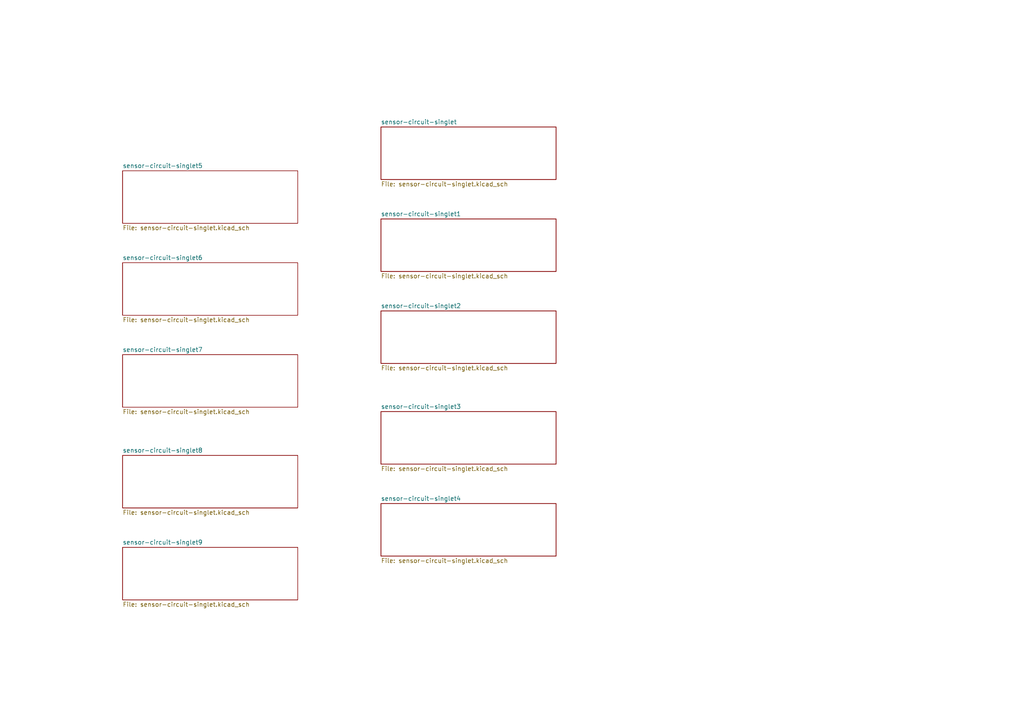
<source format=kicad_sch>
(kicad_sch
	(version 20250114)
	(generator "eeschema")
	(generator_version "9.0")
	(uuid "25b47d73-fc7c-4ebb-8019-73e21cab9fec")
	(paper "A4")
	(title_block
		(title "Hex flexi rotation sensor")
		(rev "version 0.1")
		(company "Hex Robotics Limited")
		(comment 1 "Author: Calin Mocanu")
	)
	(lib_symbols)
	(sheet
		(at 35.56 102.87)
		(size 50.8 15.24)
		(exclude_from_sim no)
		(in_bom yes)
		(on_board yes)
		(dnp no)
		(fields_autoplaced yes)
		(stroke
			(width 0.1524)
			(type solid)
		)
		(fill
			(color 0 0 0 0.0000)
		)
		(uuid "1023188b-65ec-4882-ac03-ecf69e34db26")
		(property "Sheetname" "sensor-circuit-singlet7"
			(at 35.56 102.1584 0)
			(effects
				(font
					(size 1.27 1.27)
				)
				(justify left bottom)
			)
		)
		(property "Sheetfile" "sensor-circuit-singlet.kicad_sch"
			(at 35.56 118.6946 0)
			(effects
				(font
					(size 1.27 1.27)
				)
				(justify left top)
			)
		)
		(instances
			(project "sensor-circuit"
				(path "/25b47d73-fc7c-4ebb-8019-73e21cab9fec"
					(page "9")
				)
			)
		)
	)
	(sheet
		(at 110.49 90.17)
		(size 50.8 15.24)
		(exclude_from_sim no)
		(in_bom yes)
		(on_board yes)
		(dnp no)
		(fields_autoplaced yes)
		(stroke
			(width 0.1524)
			(type solid)
		)
		(fill
			(color 0 0 0 0.0000)
		)
		(uuid "589e3ee2-c15f-49c1-b22f-1714379b8481")
		(property "Sheetname" "sensor-circuit-singlet2"
			(at 110.49 89.4584 0)
			(effects
				(font
					(size 1.27 1.27)
				)
				(justify left bottom)
			)
		)
		(property "Sheetfile" "sensor-circuit-singlet.kicad_sch"
			(at 110.49 105.9946 0)
			(effects
				(font
					(size 1.27 1.27)
				)
				(justify left top)
			)
		)
		(instances
			(project "sensor-circuit"
				(path "/25b47d73-fc7c-4ebb-8019-73e21cab9fec"
					(page "4")
				)
			)
		)
	)
	(sheet
		(at 110.49 119.38)
		(size 50.8 15.24)
		(exclude_from_sim no)
		(in_bom yes)
		(on_board yes)
		(dnp no)
		(fields_autoplaced yes)
		(stroke
			(width 0.1524)
			(type solid)
		)
		(fill
			(color 0 0 0 0.0000)
		)
		(uuid "62ffd503-954e-4faf-a16d-953f5a371665")
		(property "Sheetname" "sensor-circuit-singlet3"
			(at 110.49 118.6684 0)
			(effects
				(font
					(size 1.27 1.27)
				)
				(justify left bottom)
			)
		)
		(property "Sheetfile" "sensor-circuit-singlet.kicad_sch"
			(at 110.49 135.2046 0)
			(effects
				(font
					(size 1.27 1.27)
				)
				(justify left top)
			)
		)
		(instances
			(project "sensor-circuit"
				(path "/25b47d73-fc7c-4ebb-8019-73e21cab9fec"
					(page "5")
				)
			)
		)
	)
	(sheet
		(at 110.49 146.05)
		(size 50.8 15.24)
		(exclude_from_sim no)
		(in_bom yes)
		(on_board yes)
		(dnp no)
		(fields_autoplaced yes)
		(stroke
			(width 0.1524)
			(type solid)
		)
		(fill
			(color 0 0 0 0.0000)
		)
		(uuid "798234c4-169b-4246-9907-dd35bd47517a")
		(property "Sheetname" "sensor-circuit-singlet4"
			(at 110.49 145.3384 0)
			(effects
				(font
					(size 1.27 1.27)
				)
				(justify left bottom)
			)
		)
		(property "Sheetfile" "sensor-circuit-singlet.kicad_sch"
			(at 110.49 161.8746 0)
			(effects
				(font
					(size 1.27 1.27)
				)
				(justify left top)
			)
		)
		(instances
			(project "sensor-circuit"
				(path "/25b47d73-fc7c-4ebb-8019-73e21cab9fec"
					(page "6")
				)
			)
		)
	)
	(sheet
		(at 35.56 158.75)
		(size 50.8 15.24)
		(exclude_from_sim no)
		(in_bom yes)
		(on_board yes)
		(dnp no)
		(fields_autoplaced yes)
		(stroke
			(width 0.1524)
			(type solid)
		)
		(fill
			(color 0 0 0 0.0000)
		)
		(uuid "7e75018f-ea56-43e1-91c1-a22e4dd70442")
		(property "Sheetname" "sensor-circuit-singlet9"
			(at 35.56 158.0384 0)
			(effects
				(font
					(size 1.27 1.27)
				)
				(justify left bottom)
			)
		)
		(property "Sheetfile" "sensor-circuit-singlet.kicad_sch"
			(at 35.56 174.5746 0)
			(effects
				(font
					(size 1.27 1.27)
				)
				(justify left top)
			)
		)
		(instances
			(project "sensor-circuit"
				(path "/25b47d73-fc7c-4ebb-8019-73e21cab9fec"
					(page "11")
				)
			)
		)
	)
	(sheet
		(at 35.56 132.08)
		(size 50.8 15.24)
		(exclude_from_sim no)
		(in_bom yes)
		(on_board yes)
		(dnp no)
		(fields_autoplaced yes)
		(stroke
			(width 0.1524)
			(type solid)
		)
		(fill
			(color 0 0 0 0.0000)
		)
		(uuid "834a1403-de39-4548-81e8-806a1f6ad779")
		(property "Sheetname" "sensor-circuit-singlet8"
			(at 35.56 131.3684 0)
			(effects
				(font
					(size 1.27 1.27)
				)
				(justify left bottom)
			)
		)
		(property "Sheetfile" "sensor-circuit-singlet.kicad_sch"
			(at 35.56 147.9046 0)
			(effects
				(font
					(size 1.27 1.27)
				)
				(justify left top)
			)
		)
		(instances
			(project "sensor-circuit"
				(path "/25b47d73-fc7c-4ebb-8019-73e21cab9fec"
					(page "10")
				)
			)
		)
	)
	(sheet
		(at 110.49 36.83)
		(size 50.8 15.24)
		(exclude_from_sim no)
		(in_bom yes)
		(on_board yes)
		(dnp no)
		(fields_autoplaced yes)
		(stroke
			(width 0.1524)
			(type solid)
		)
		(fill
			(color 0 0 0 0.0000)
		)
		(uuid "c50847f0-19ed-4b92-9766-c3d16ed9f3c9")
		(property "Sheetname" "sensor-circuit-singlet"
			(at 110.49 36.1184 0)
			(effects
				(font
					(size 1.27 1.27)
				)
				(justify left bottom)
			)
		)
		(property "Sheetfile" "sensor-circuit-singlet.kicad_sch"
			(at 110.49 52.6546 0)
			(effects
				(font
					(size 1.27 1.27)
				)
				(justify left top)
			)
		)
		(instances
			(project "sensor-circuit"
				(path "/25b47d73-fc7c-4ebb-8019-73e21cab9fec"
					(page "2")
				)
			)
		)
	)
	(sheet
		(at 35.56 76.2)
		(size 50.8 15.24)
		(exclude_from_sim no)
		(in_bom yes)
		(on_board yes)
		(dnp no)
		(fields_autoplaced yes)
		(stroke
			(width 0.1524)
			(type solid)
		)
		(fill
			(color 0 0 0 0.0000)
		)
		(uuid "d20ab2a7-c44f-44cd-b781-bb4efa3e83f7")
		(property "Sheetname" "sensor-circuit-singlet6"
			(at 35.56 75.4884 0)
			(effects
				(font
					(size 1.27 1.27)
				)
				(justify left bottom)
			)
		)
		(property "Sheetfile" "sensor-circuit-singlet.kicad_sch"
			(at 35.56 92.0246 0)
			(effects
				(font
					(size 1.27 1.27)
				)
				(justify left top)
			)
		)
		(instances
			(project "sensor-circuit"
				(path "/25b47d73-fc7c-4ebb-8019-73e21cab9fec"
					(page "8")
				)
			)
		)
	)
	(sheet
		(at 110.49 63.5)
		(size 50.8 15.24)
		(exclude_from_sim no)
		(in_bom yes)
		(on_board yes)
		(dnp no)
		(fields_autoplaced yes)
		(stroke
			(width 0.1524)
			(type solid)
		)
		(fill
			(color 0 0 0 0.0000)
		)
		(uuid "d2a4c10c-959a-4e46-92c3-53a2f75944e0")
		(property "Sheetname" "sensor-circuit-singlet1"
			(at 110.49 62.7884 0)
			(effects
				(font
					(size 1.27 1.27)
				)
				(justify left bottom)
			)
		)
		(property "Sheetfile" "sensor-circuit-singlet.kicad_sch"
			(at 110.49 79.3246 0)
			(effects
				(font
					(size 1.27 1.27)
				)
				(justify left top)
			)
		)
		(instances
			(project "sensor-circuit"
				(path "/25b47d73-fc7c-4ebb-8019-73e21cab9fec"
					(page "3")
				)
			)
		)
	)
	(sheet
		(at 35.56 49.53)
		(size 50.8 15.24)
		(exclude_from_sim no)
		(in_bom yes)
		(on_board yes)
		(dnp no)
		(fields_autoplaced yes)
		(stroke
			(width 0.1524)
			(type solid)
		)
		(fill
			(color 0 0 0 0.0000)
		)
		(uuid "efba67b4-e5d7-4569-bd5e-1daa2bd73f34")
		(property "Sheetname" "sensor-circuit-singlet5"
			(at 35.56 48.8184 0)
			(effects
				(font
					(size 1.27 1.27)
				)
				(justify left bottom)
			)
		)
		(property "Sheetfile" "sensor-circuit-singlet.kicad_sch"
			(at 35.56 65.3546 0)
			(effects
				(font
					(size 1.27 1.27)
				)
				(justify left top)
			)
		)
		(instances
			(project "sensor-circuit"
				(path "/25b47d73-fc7c-4ebb-8019-73e21cab9fec"
					(page "7")
				)
			)
		)
	)
	(sheet_instances
		(path "/"
			(page "1")
		)
	)
	(embedded_fonts no)
)

</source>
